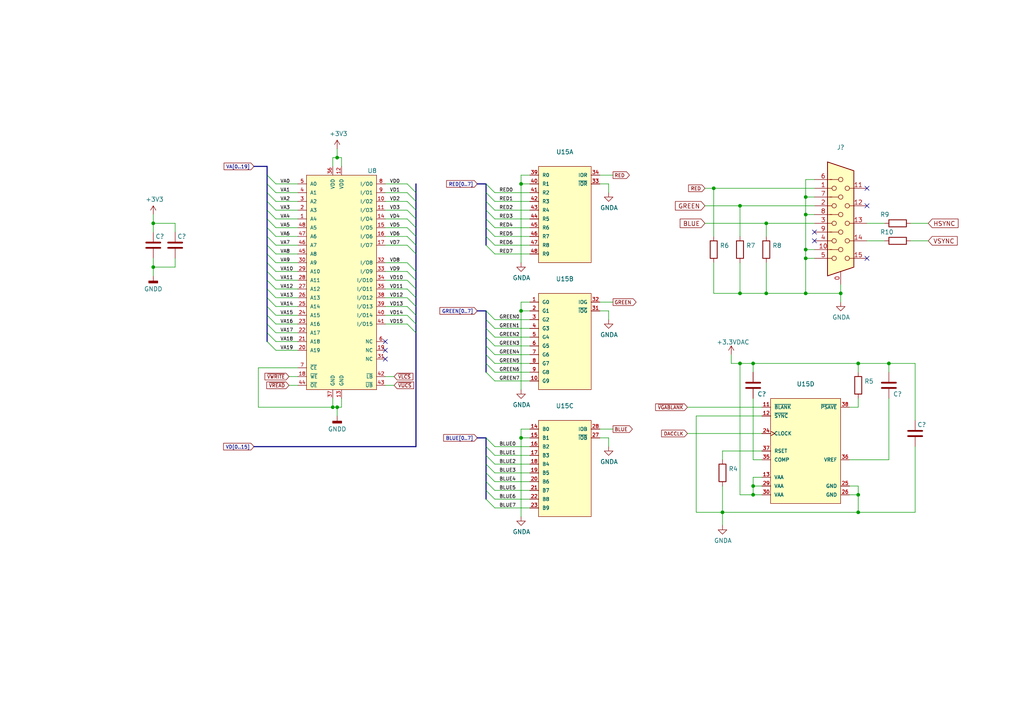
<source format=kicad_sch>
(kicad_sch (version 20211123) (generator eeschema)
  (paper "A4")
  (lib_symbols
    (symbol "Aslak:ADV7123KSTZ140" (pin_names (offset 1.016))
      (property "Reference" "U" (at 0 5.08 0))
      (property "Value" "Aslak_ADV7123KSTZ140" (at 0 7.62 0))
      (symbol "ADV7123KSTZ140_1_1"
        (rectangle (start 5.08 2.54) (end 20.32 -25.4) (fill (type background)))
        (pin output line (at 22.86 -2.54 180) (length 2.54) (name "~{IOR}") (number "33"))
        (pin output line (at 22.86 0 180) (length 2.54) (name "IOR") (number "34"))
        (pin input line (at 2.54 0 0) (length 2.54) (name "R0") (number "39"))
        (pin input line (at 2.54 -2.54 0) (length 2.54) (name "R1") (number "40"))
        (pin input line (at 2.54 -5.08 0) (length 2.54) (name "R2") (number "41"))
        (pin input line (at 2.54 -7.62 0) (length 2.54) (name "R3") (number "42"))
        (pin input line (at 2.54 -10.16 0) (length 2.54) (name "R4") (number "43"))
        (pin input line (at 2.54 -12.7 0) (length 2.54) (name "R5") (number "44"))
        (pin input line (at 2.54 -15.24 0) (length 2.54) (name "R6") (number "45"))
        (pin input line (at 2.54 -17.78 0) (length 2.54) (name "R7") (number "46"))
        (pin input line (at 2.54 -20.32 0) (length 2.54) (name "R8") (number "47"))
        (pin input line (at 2.54 -22.86 0) (length 2.54) (name "R9") (number "48"))
      )
      (symbol "ADV7123KSTZ140_2_1"
        (rectangle (start 5.08 2.54) (end 20.32 -25.4) (fill (type background)))
        (pin input line (at 2.54 0 0) (length 2.54) (name "G0") (number "1"))
        (pin input line (at 2.54 -22.86 0) (length 2.54) (name "G9") (number "10"))
        (pin input line (at 2.54 -2.54 0) (length 2.54) (name "G1") (number "2"))
        (pin input line (at 2.54 -5.08 0) (length 2.54) (name "G2") (number "3"))
        (pin output line (at 22.86 -2.54 180) (length 2.54) (name "~{IOG}") (number "31"))
        (pin output line (at 22.86 0 180) (length 2.54) (name "IOG") (number "32"))
        (pin input line (at 2.54 -7.62 0) (length 2.54) (name "G3") (number "4"))
        (pin input line (at 2.54 -10.16 0) (length 2.54) (name "G4") (number "5"))
        (pin input line (at 2.54 -12.7 0) (length 2.54) (name "G5") (number "6"))
        (pin input line (at 2.54 -15.24 0) (length 2.54) (name "G6") (number "7"))
        (pin input line (at 2.54 -17.78 0) (length 2.54) (name "G7") (number "8"))
        (pin input line (at 2.54 -20.32 0) (length 2.54) (name "G8") (number "9"))
      )
      (symbol "ADV7123KSTZ140_3_1"
        (rectangle (start 5.08 2.54) (end 20.32 -25.4) (fill (type background)))
        (pin input line (at 2.54 0 0) (length 2.54) (name "B0") (number "14"))
        (pin input line (at 2.54 -2.54 0) (length 2.54) (name "B1") (number "15"))
        (pin input line (at 2.54 -5.08 0) (length 2.54) (name "B2") (number "16"))
        (pin input line (at 2.54 -7.62 0) (length 2.54) (name "B3") (number "17"))
        (pin input line (at 2.54 -10.16 0) (length 2.54) (name "B4") (number "18"))
        (pin input line (at 2.54 -12.7 0) (length 2.54) (name "B5") (number "19"))
        (pin input line (at 2.54 -15.24 0) (length 2.54) (name "B6") (number "20"))
        (pin input line (at 2.54 -17.78 0) (length 2.54) (name "B7") (number "21"))
        (pin input line (at 2.54 -20.32 0) (length 2.54) (name "B8") (number "22"))
        (pin input line (at 2.54 -22.86 0) (length 2.54) (name "B9") (number "23"))
        (pin output line (at 22.86 -2.54 180) (length 2.54) (name "~{IOB}") (number "27"))
        (pin output line (at 22.86 0 180) (length 2.54) (name "IOB") (number "28"))
      )
      (symbol "ADV7123KSTZ140_4_1"
        (rectangle (start 5.08 2.54) (end 25.4 -27.94) (fill (type background)))
        (pin input line (at 2.54 0 0) (length 2.54) (name "~{BLANK}") (number "11"))
        (pin input line (at 2.54 -2.54 0) (length 2.54) (name "~{SYNC}") (number "12"))
        (pin power_in line (at 2.54 -20.32 0) (length 2.54) (name "VAA") (number "13"))
        (pin input clock (at 2.54 -7.62 0) (length 2.54) (name "CLOCK") (number "24"))
        (pin power_in line (at 27.94 -22.86 180) (length 2.54) (name "GND") (number "25"))
        (pin power_in line (at 27.94 -25.4 180) (length 2.54) (name "GND") (number "26"))
        (pin power_in line (at 2.54 -22.86 0) (length 2.54) (name "VAA") (number "29"))
        (pin power_in line (at 2.54 -25.4 0) (length 2.54) (name "VAA") (number "30"))
        (pin passive line (at 2.54 -15.24 0) (length 2.54) (name "COMP") (number "35"))
        (pin bidirectional line (at 27.94 -15.24 180) (length 2.54) (name "VREF") (number "36"))
        (pin input line (at 2.54 -12.7 0) (length 2.54) (name "RSET") (number "37"))
        (pin input line (at 27.94 0 180) (length 2.54) (name "~{PSAVE}") (number "38"))
      )
    )
    (symbol "Aslak:IS61WV102416BLL-10TLI" (pin_names (offset 1.016))
      (property "Reference" "U" (at 0 5.08 0))
      (property "Value" "Aslak_IS61WV102416BLL-10TLI" (at -1.27 7.62 0))
      (symbol "IS61WV102416BLL-10TLI_1_1"
        (rectangle (start 5.08 2.54) (end 25.4 -59.69) (fill (type background)))
        (pin input line (at 2.54 -10.16 0) (length 2.54) (name "A4") (number "1"))
        (pin bidirectional line (at 27.94 -5.08 180) (length 2.54) (name "I/O2") (number "10"))
        (pin bidirectional line (at 27.94 -7.62 180) (length 2.54) (name "I/O3") (number "11"))
        (pin power_in line (at 15.24 5.08 270) (length 2.54) (name "VDD") (number "12"))
        (pin power_in line (at 15.24 -62.23 90) (length 2.54) (name "GND") (number "13"))
        (pin bidirectional line (at 27.94 -10.16 180) (length 2.54) (name "I/O4") (number "14"))
        (pin bidirectional line (at 27.94 -12.7 180) (length 2.54) (name "I/O5") (number "15"))
        (pin bidirectional line (at 27.94 -15.24 180) (length 2.54) (name "I/O6") (number "16"))
        (pin bidirectional line (at 27.94 -17.78 180) (length 2.54) (name "I/O7") (number "17"))
        (pin input line (at 2.54 -55.88 0) (length 2.54) (name "~{WE}") (number "18"))
        (pin passive line (at 27.94 -48.26 180) (length 2.54) (name "NC") (number "19"))
        (pin input line (at 2.54 -7.62 0) (length 2.54) (name "A3") (number "2"))
        (pin input line (at 2.54 -48.26 0) (length 2.54) (name "A19") (number "20"))
        (pin input line (at 2.54 -45.72 0) (length 2.54) (name "A18") (number "21"))
        (pin input line (at 2.54 -43.18 0) (length 2.54) (name "A17") (number "22"))
        (pin input line (at 2.54 -40.64 0) (length 2.54) (name "A16") (number "23"))
        (pin input line (at 2.54 -38.1 0) (length 2.54) (name "A15") (number "24"))
        (pin input line (at 2.54 -35.56 0) (length 2.54) (name "A14") (number "25"))
        (pin input line (at 2.54 -33.02 0) (length 2.54) (name "A13") (number "26"))
        (pin input line (at 2.54 -30.48 0) (length 2.54) (name "A12") (number "27"))
        (pin input line (at 2.54 -27.94 0) (length 2.54) (name "A11") (number "28"))
        (pin input line (at 2.54 -25.4 0) (length 2.54) (name "A10") (number "29"))
        (pin input line (at 2.54 -5.08 0) (length 2.54) (name "A2") (number "3"))
        (pin input line (at 2.54 -22.86 0) (length 2.54) (name "A9") (number "30"))
        (pin passive line (at 27.94 -50.8 180) (length 2.54) (name "NC") (number "31"))
        (pin bidirectional line (at 27.94 -22.86 180) (length 2.54) (name "I/O8") (number "32"))
        (pin bidirectional line (at 27.94 -25.4 180) (length 2.54) (name "I/O9") (number "33"))
        (pin bidirectional line (at 27.94 -27.94 180) (length 2.54) (name "I/O10") (number "34"))
        (pin bidirectional line (at 27.94 -30.48 180) (length 2.54) (name "I/O11") (number "35"))
        (pin power_in line (at 12.7 5.08 270) (length 2.54) (name "VDD") (number "36"))
        (pin power_in line (at 12.7 -62.23 90) (length 2.54) (name "GND") (number "37"))
        (pin bidirectional line (at 27.94 -33.02 180) (length 2.54) (name "I/O12") (number "38"))
        (pin bidirectional line (at 27.94 -35.56 180) (length 2.54) (name "I/O13") (number "39"))
        (pin input line (at 2.54 -2.54 0) (length 2.54) (name "A1") (number "4"))
        (pin bidirectional line (at 27.94 -38.1 180) (length 2.54) (name "I/O14") (number "40"))
        (pin bidirectional line (at 27.94 -40.64 180) (length 2.54) (name "I/O15") (number "41"))
        (pin input line (at 27.94 -55.88 180) (length 2.54) (name "~{LB}") (number "42"))
        (pin input line (at 27.94 -58.42 180) (length 2.54) (name "~{UB}") (number "43"))
        (pin input line (at 2.54 -58.42 0) (length 2.54) (name "~{OE}") (number "44"))
        (pin input line (at 2.54 -20.32 0) (length 2.54) (name "A8") (number "45"))
        (pin input line (at 2.54 -17.78 0) (length 2.54) (name "A7") (number "46"))
        (pin input line (at 2.54 -15.24 0) (length 2.54) (name "A6") (number "47"))
        (pin input line (at 2.54 -12.7 0) (length 2.54) (name "A5") (number "48"))
        (pin input line (at 2.54 0 0) (length 2.54) (name "A0") (number "5"))
        (pin passive line (at 27.94 -45.72 180) (length 2.54) (name "NC") (number "6"))
        (pin input line (at 2.54 -53.34 0) (length 2.54) (name "~{CE}") (number "7"))
        (pin bidirectional line (at 27.94 0 180) (length 2.54) (name "I/O0") (number "8"))
        (pin bidirectional line (at 27.94 -2.54 180) (length 2.54) (name "I/O1") (number "9"))
      )
    )
    (symbol "Connector:DB15_Female_HighDensity_MountingHoles" (pin_names (offset 1.016) hide)
      (property "Reference" "J" (at 0 21.59 0))
      (property "Value" "DB15_Female_HighDensity_MountingHoles" (at 0 19.05 0))
      (symbol "DB15_Female_HighDensity_MountingHoles_0_1"
        (circle (center -1.905 -10.16) (radius 0.635))
        (circle (center -1.905 -5.08) (radius 0.635))
        (circle (center -1.905 0) (radius 0.635))
        (circle (center -1.905 5.08) (radius 0.635))
        (circle (center -1.905 10.16) (radius 0.635))
        (circle (center 0 -7.62) (radius 0.635))
        (circle (center 0 -2.54) (radius 0.635))
        (polyline (pts (xy -3.175 7.62) (xy -0.635 7.62)))
        (polyline (pts (xy -0.635 -7.62) (xy -3.175 -7.62)))
        (polyline (pts (xy -0.635 -2.54) (xy -3.175 -2.54)))
        (polyline (pts (xy -0.635 2.54) (xy -3.175 2.54)))
        (polyline (pts (xy -0.635 12.7) (xy -3.175 12.7)))
        (polyline (pts (xy -3.81 17.78) (xy -3.81 -15.24) (xy 3.81 -12.7) (xy 3.81 15.24) (xy -3.81 17.78)) (stroke (width 0.254)) (fill (type background)))
        (circle (center 0 2.54) (radius 0.635))
        (circle (center 0 7.62) (radius 0.635))
        (circle (center 0 12.7) (radius 0.635))
        (circle (center 1.905 -10.16) (radius 0.635))
        (circle (center 1.905 -5.08) (radius 0.635))
        (circle (center 1.905 0) (radius 0.635))
        (circle (center 1.905 5.08) (radius 0.635))
        (circle (center 1.905 10.16) (radius 0.635))
      )
      (symbol "DB15_Female_HighDensity_MountingHoles_1_1"
        (pin passive line (at 0 -17.78 90) (length 3.81) (name "~") (number "0"))
        (pin passive line (at -7.62 10.16 0) (length 5.08) (name "~") (number "1"))
        (pin passive line (at -7.62 -7.62 0) (length 5.08) (name "~") (number "10"))
        (pin passive line (at 7.62 10.16 180) (length 5.08) (name "~") (number "11"))
        (pin passive line (at 7.62 5.08 180) (length 5.08) (name "~") (number "12"))
        (pin passive line (at 7.62 0 180) (length 5.08) (name "~") (number "13"))
        (pin passive line (at 7.62 -5.08 180) (length 5.08) (name "~") (number "14"))
        (pin passive line (at 7.62 -10.16 180) (length 5.08) (name "~") (number "15"))
        (pin passive line (at -7.62 5.08 0) (length 5.08) (name "~") (number "2"))
        (pin passive line (at -7.62 0 0) (length 5.08) (name "~") (number "3"))
        (pin passive line (at -7.62 -5.08 0) (length 5.08) (name "~") (number "4"))
        (pin passive line (at -7.62 -10.16 0) (length 5.08) (name "~") (number "5"))
        (pin passive line (at -7.62 12.7 0) (length 5.08) (name "~") (number "6"))
        (pin passive line (at -7.62 7.62 0) (length 5.08) (name "~") (number "7"))
        (pin passive line (at -7.62 2.54 0) (length 5.08) (name "~") (number "8"))
        (pin passive line (at -7.62 -2.54 0) (length 5.08) (name "~") (number "9"))
      )
    )
    (symbol "Device:C" (pin_numbers hide) (pin_names (offset 0.254))
      (property "Reference" "C" (at 0.635 2.54 0))
      (property "Value" "C" (at 0.635 -2.54 0))
      (symbol "C_0_1"
        (polyline (pts (xy -2.032 -0.762) (xy 2.032 -0.762)) (stroke (width 0.508)))
        (polyline (pts (xy -2.032 0.762) (xy 2.032 0.762)) (stroke (width 0.508)))
      )
      (symbol "C_1_1"
        (pin passive line (at 0 3.81 270) (length 2.794) (name "~") (number "1"))
        (pin passive line (at 0 -3.81 90) (length 2.794) (name "~") (number "2"))
      )
    )
    (symbol "Device:R" (pin_numbers hide) (pin_names (offset 0))
      (property "Reference" "R" (at 2.032 0 90))
      (property "Value" "R" (at 0 0 90))
      (symbol "R_0_1"
        (rectangle (start -1.016 -2.54) (end 1.016 2.54) (stroke (width 0.254)))
      )
      (symbol "R_1_1"
        (pin passive line (at 0 3.81 270) (length 1.27) (name "~") (number "1"))
        (pin passive line (at 0 -3.81 90) (length 1.27) (name "~") (number "2"))
      )
    )
    (symbol "power:+3.3VDAC" (power) (pin_names (offset 0))
      (property "Value" "+3.3VDAC" (at 0 2.54 0))
      (symbol "+3.3VDAC_0_0"
        (pin power_in line (at 0 0 90) (length 0) hide (name "+3.3VDAC") (number "1"))
      )
      (symbol "+3.3VDAC_0_1"
        (polyline (pts (xy -0.762 1.27) (xy 0 2.54)))
        (polyline (pts (xy 0 0) (xy 0 2.54)))
        (polyline (pts (xy 0 2.54) (xy 0.762 1.27)))
      )
    )
    (symbol "power:+3V3" (power) (pin_names (offset 0))
      (property "Value" "+3V3" (at 0 3.556 0))
      (symbol "+3V3_0_1"
        (polyline (pts (xy -0.762 1.27) (xy 0 2.54)))
        (polyline (pts (xy 0 0) (xy 0 2.54)))
        (polyline (pts (xy 0 2.54) (xy 0.762 1.27)))
      )
      (symbol "+3V3_1_1"
        (pin power_in line (at 0 0 90) (length 0) hide (name "+3V3") (number "1"))
      )
    )
    (symbol "power:GNDA" (power) (pin_names (offset 0))
      (property "Value" "GNDA" (at 0 -3.81 0))
      (symbol "GNDA_0_1"
        (polyline (pts (xy 0 0) (xy 0 -1.27) (xy 1.27 -1.27) (xy 0 -2.54) (xy -1.27 -1.27) (xy 0 -1.27)))
      )
      (symbol "GNDA_1_1"
        (pin power_in line (at 0 0 270) (length 0) hide (name "GNDA") (number "1"))
      )
    )
    (symbol "power:GNDD" (power) (pin_names (offset 0))
      (property "Value" "GNDD" (at 0 -3.175 0))
      (symbol "GNDD_0_1"
        (rectangle (start -1.27 -1.524) (end 1.27 -2.032) (stroke (width 0.254)) (fill (type outline)))
        (polyline (pts (xy 0 0) (xy 0 -1.524)))
      )
      (symbol "GNDD_1_1"
        (pin power_in line (at 0 0 270) (length 0) hide (name "GNDD") (number "1"))
      )
    )
  )
  (junction (at 222.25 85.09))
  (junction (at 218.44 105.41))
  (junction (at 151.13 90.17))
  (junction (at 233.68 62.23))
  (junction (at 96.52 118.11))
  (junction (at 214.63 105.41))
  (junction (at 151.13 127))
  (junction (at 214.63 59.69))
  (junction (at 257.81 105.41))
  (junction (at 207.01 54.61))
  (junction (at 218.44 143.51))
  (junction (at 44.45 77.47))
  (junction (at 248.92 148.59))
  (junction (at 233.68 74.93))
  (junction (at 214.63 85.09))
  (junction (at 209.55 148.59))
  (junction (at 233.68 57.15))
  (junction (at 97.79 45.72))
  (junction (at 222.25 64.77))
  (junction (at 248.92 105.41))
  (junction (at 243.84 85.09))
  (junction (at 151.13 53.34))
  (junction (at 233.68 85.09))
  (junction (at 97.79 118.11))
  (junction (at 218.44 140.97))
  (junction (at 44.45 64.77))
  (junction (at 233.68 72.39))
  (junction (at 248.92 143.51))
  (no_connect (at 251.46 54.61))
  (no_connect (at 111.76 104.14))
  (no_connect (at 111.76 99.06))
  (no_connect (at 251.46 74.93))
  (no_connect (at 236.22 69.85))
  (no_connect (at 251.46 59.69))
  (no_connect (at 111.76 101.6))
  (no_connect (at 236.22 67.31))
  (bus_entry (at 77.47 81.28) (size 2.54 2.54))
  (bus_entry (at 140.97 97.79) (size 2.54 2.54))
  (bus_entry (at 118.11 55.88) (size 2.54 2.54))
  (bus_entry (at 77.47 53.34) (size 2.54 2.54))
  (bus_entry (at 118.11 91.44) (size 2.54 2.54))
  (bus_entry (at 118.11 86.36) (size 2.54 2.54))
  (bus_entry (at 77.47 99.06) (size 2.54 2.54))
  (bus_entry (at 140.97 129.54) (size 2.54 2.54))
  (bus_entry (at 140.97 132.08) (size 2.54 2.54))
  (bus_entry (at 140.97 144.78) (size 2.54 2.54))
  (bus_entry (at 77.47 96.52) (size 2.54 2.54))
  (bus_entry (at 77.47 73.66) (size 2.54 2.54))
  (bus_entry (at 118.11 53.34) (size 2.54 2.54))
  (bus_entry (at 140.97 55.88) (size 2.54 2.54))
  (bus_entry (at 77.47 88.9) (size 2.54 2.54))
  (bus_entry (at 140.97 139.7) (size 2.54 2.54))
  (bus_entry (at 140.97 127) (size 2.54 2.54))
  (bus_entry (at 77.47 60.96) (size 2.54 2.54))
  (bus_entry (at 77.47 63.5) (size 2.54 2.54))
  (bus_entry (at 118.11 60.96) (size 2.54 2.54))
  (bus_entry (at 77.47 58.42) (size 2.54 2.54))
  (bus_entry (at 77.47 93.98) (size 2.54 2.54))
  (bus_entry (at 140.97 66.04) (size 2.54 2.54))
  (bus_entry (at 140.97 63.5) (size 2.54 2.54))
  (bus_entry (at 140.97 95.25) (size 2.54 2.54))
  (bus_entry (at 77.47 83.82) (size 2.54 2.54))
  (bus_entry (at 118.11 68.58) (size 2.54 2.54))
  (bus_entry (at 140.97 71.12) (size 2.54 2.54))
  (bus_entry (at 118.11 93.98) (size 2.54 2.54))
  (bus_entry (at 77.47 50.8) (size 2.54 2.54))
  (bus_entry (at 118.11 63.5) (size 2.54 2.54))
  (bus_entry (at 140.97 134.62) (size 2.54 2.54))
  (bus_entry (at 118.11 88.9) (size 2.54 2.54))
  (bus_entry (at 77.47 71.12) (size 2.54 2.54))
  (bus_entry (at 140.97 53.34) (size 2.54 2.54))
  (bus_entry (at 77.47 76.2) (size 2.54 2.54))
  (bus_entry (at 140.97 102.87) (size 2.54 2.54))
  (bus_entry (at 140.97 90.17) (size 2.54 2.54))
  (bus_entry (at 140.97 100.33) (size 2.54 2.54))
  (bus_entry (at 118.11 83.82) (size 2.54 2.54))
  (bus_entry (at 77.47 91.44) (size 2.54 2.54))
  (bus_entry (at 77.47 66.04) (size 2.54 2.54))
  (bus_entry (at 140.97 107.95) (size 2.54 2.54))
  (bus_entry (at 118.11 81.28) (size 2.54 2.54))
  (bus_entry (at 118.11 66.04) (size 2.54 2.54))
  (bus_entry (at 140.97 137.16) (size 2.54 2.54))
  (bus_entry (at 140.97 92.71) (size 2.54 2.54))
  (bus_entry (at 77.47 68.58) (size 2.54 2.54))
  (bus_entry (at 140.97 105.41) (size 2.54 2.54))
  (bus_entry (at 77.47 55.88) (size 2.54 2.54))
  (bus_entry (at 118.11 76.2) (size 2.54 2.54))
  (bus_entry (at 77.47 86.36) (size 2.54 2.54))
  (bus_entry (at 140.97 68.58) (size 2.54 2.54))
  (bus_entry (at 118.11 71.12) (size 2.54 2.54))
  (bus_entry (at 118.11 58.42) (size 2.54 2.54))
  (bus_entry (at 140.97 60.96) (size 2.54 2.54))
  (bus_entry (at 118.11 78.74) (size 2.54 2.54))
  (bus_entry (at 140.97 58.42) (size 2.54 2.54))
  (bus_entry (at 140.97 142.24) (size 2.54 2.54))
  (bus_entry (at 77.47 78.74) (size 2.54 2.54))
  (wire (pts (xy 80.01 71.12) (xy 86.36 71.12)))
  (wire (pts (xy 80.01 76.2) (xy 86.36 76.2)))
  (wire (pts (xy 111.76 83.82) (xy 118.11 83.82)))
  (wire (pts (xy 83.82 111.76) (xy 86.36 111.76)))
  (wire (pts (xy 111.76 55.88) (xy 118.11 55.88)))
  (wire (pts (xy 153.67 124.46) (xy 151.13 124.46)))
  (bus (pts (xy 120.65 53.34) (xy 120.65 55.88)))
  (bus (pts (xy 77.47 48.26) (xy 77.47 50.8)))
  (wire (pts (xy 248.92 143.51) (xy 248.92 140.97)))
  (wire (pts (xy 153.67 105.41) (xy 143.51 105.41)))
  (wire (pts (xy 153.67 139.7) (xy 143.51 139.7)))
  (bus (pts (xy 77.47 55.88) (xy 77.47 58.42)))
  (bus (pts (xy 120.65 66.04) (xy 120.65 68.58)))
  (wire (pts (xy 220.98 125.73) (xy 199.39 125.73)))
  (wire (pts (xy 44.45 74.93) (xy 44.45 77.47)))
  (wire (pts (xy 111.76 76.2) (xy 118.11 76.2)))
  (wire (pts (xy 251.46 64.77) (xy 256.54 64.77)))
  (wire (pts (xy 201.93 148.59) (xy 201.93 120.65)))
  (wire (pts (xy 153.67 100.33) (xy 143.51 100.33)))
  (wire (pts (xy 207.01 54.61) (xy 207.01 68.58)))
  (wire (pts (xy 218.44 138.43) (xy 218.44 140.97)))
  (wire (pts (xy 111.76 109.22) (xy 114.3 109.22)))
  (wire (pts (xy 151.13 90.17) (xy 151.13 113.03)))
  (bus (pts (xy 140.97 139.7) (xy 140.97 142.24)))
  (wire (pts (xy 111.76 81.28) (xy 118.11 81.28)))
  (wire (pts (xy 80.01 58.42) (xy 86.36 58.42)))
  (wire (pts (xy 153.67 147.32) (xy 143.51 147.32)))
  (bus (pts (xy 120.65 60.96) (xy 120.65 63.5)))
  (wire (pts (xy 222.25 64.77) (xy 236.22 64.77)))
  (wire (pts (xy 218.44 140.97) (xy 218.44 143.51)))
  (bus (pts (xy 140.97 97.79) (xy 140.97 100.33)))
  (bus (pts (xy 77.47 96.52) (xy 77.47 99.06)))
  (bus (pts (xy 140.97 58.42) (xy 140.97 60.96)))
  (wire (pts (xy 236.22 57.15) (xy 233.68 57.15)))
  (wire (pts (xy 111.76 68.58) (xy 118.11 68.58)))
  (bus (pts (xy 140.97 66.04) (xy 140.97 68.58)))
  (bus (pts (xy 140.97 68.58) (xy 140.97 71.12)))
  (wire (pts (xy 80.01 93.98) (xy 86.36 93.98)))
  (wire (pts (xy 218.44 105.41) (xy 214.63 105.41)))
  (wire (pts (xy 83.82 109.22) (xy 86.36 109.22)))
  (bus (pts (xy 77.47 63.5) (xy 77.47 66.04)))
  (wire (pts (xy 246.38 143.51) (xy 248.92 143.51)))
  (wire (pts (xy 44.45 77.47) (xy 44.45 80.01)))
  (bus (pts (xy 120.65 73.66) (xy 120.65 78.74)))
  (wire (pts (xy 209.55 140.97) (xy 209.55 148.59)))
  (wire (pts (xy 214.63 76.2) (xy 214.63 85.09)))
  (wire (pts (xy 248.92 105.41) (xy 257.81 105.41)))
  (wire (pts (xy 257.81 105.41) (xy 257.81 107.95)))
  (wire (pts (xy 251.46 69.85) (xy 256.54 69.85)))
  (wire (pts (xy 233.68 72.39) (xy 233.68 62.23)))
  (wire (pts (xy 151.13 53.34) (xy 151.13 76.2)))
  (wire (pts (xy 236.22 62.23) (xy 233.68 62.23)))
  (bus (pts (xy 77.47 68.58) (xy 77.47 71.12)))
  (bus (pts (xy 120.65 71.12) (xy 120.65 73.66)))
  (bus (pts (xy 140.97 90.17) (xy 140.97 92.71)))
  (wire (pts (xy 151.13 50.8) (xy 151.13 53.34)))
  (wire (pts (xy 204.47 54.61) (xy 207.01 54.61)))
  (wire (pts (xy 153.67 142.24) (xy 143.51 142.24)))
  (wire (pts (xy 153.67 110.49) (xy 143.51 110.49)))
  (wire (pts (xy 153.67 71.12) (xy 143.51 71.12)))
  (wire (pts (xy 153.67 53.34) (xy 151.13 53.34)))
  (wire (pts (xy 50.8 64.77) (xy 44.45 64.77)))
  (wire (pts (xy 111.76 58.42) (xy 118.11 58.42)))
  (wire (pts (xy 74.93 106.68) (xy 86.36 106.68)))
  (wire (pts (xy 153.67 60.96) (xy 143.51 60.96)))
  (wire (pts (xy 214.63 105.41) (xy 212.09 105.41)))
  (wire (pts (xy 111.76 63.5) (xy 118.11 63.5)))
  (wire (pts (xy 209.55 148.59) (xy 248.92 148.59)))
  (wire (pts (xy 111.76 53.34) (xy 118.11 53.34)))
  (wire (pts (xy 218.44 143.51) (xy 214.63 143.51)))
  (wire (pts (xy 80.01 63.5) (xy 86.36 63.5)))
  (wire (pts (xy 153.67 73.66) (xy 143.51 73.66)))
  (wire (pts (xy 44.45 77.47) (xy 50.8 77.47)))
  (wire (pts (xy 264.16 64.77) (xy 269.24 64.77)))
  (bus (pts (xy 140.97 53.34) (xy 138.43 53.34)))
  (bus (pts (xy 77.47 58.42) (xy 77.47 60.96)))
  (wire (pts (xy 222.25 85.09) (xy 214.63 85.09)))
  (wire (pts (xy 80.01 68.58) (xy 86.36 68.58)))
  (wire (pts (xy 97.79 45.72) (xy 99.06 45.72)))
  (bus (pts (xy 140.97 105.41) (xy 140.97 107.95)))
  (wire (pts (xy 173.99 127) (xy 176.53 127)))
  (wire (pts (xy 151.13 87.63) (xy 151.13 90.17)))
  (wire (pts (xy 265.43 105.41) (xy 257.81 105.41)))
  (wire (pts (xy 114.3 111.76) (xy 111.76 111.76)))
  (wire (pts (xy 111.76 60.96) (xy 118.11 60.96)))
  (wire (pts (xy 111.76 86.36) (xy 118.11 86.36)))
  (bus (pts (xy 77.47 53.34) (xy 77.47 55.88)))
  (wire (pts (xy 96.52 48.26) (xy 96.52 45.72)))
  (wire (pts (xy 153.67 102.87) (xy 143.51 102.87)))
  (wire (pts (xy 153.67 129.54) (xy 143.51 129.54)))
  (wire (pts (xy 265.43 148.59) (xy 265.43 129.54)))
  (wire (pts (xy 99.06 45.72) (xy 99.06 48.26)))
  (wire (pts (xy 50.8 67.31) (xy 50.8 64.77)))
  (bus (pts (xy 120.65 88.9) (xy 120.65 91.44)))
  (wire (pts (xy 173.99 124.46) (xy 177.8 124.46)))
  (wire (pts (xy 246.38 133.35) (xy 257.81 133.35)))
  (bus (pts (xy 140.97 137.16) (xy 140.97 139.7)))
  (wire (pts (xy 153.67 127) (xy 151.13 127)))
  (wire (pts (xy 222.25 68.58) (xy 222.25 64.77)))
  (wire (pts (xy 96.52 118.11) (xy 97.79 118.11)))
  (wire (pts (xy 153.67 144.78) (xy 143.51 144.78)))
  (bus (pts (xy 77.47 66.04) (xy 77.47 68.58)))
  (bus (pts (xy 140.97 132.08) (xy 140.97 134.62)))
  (wire (pts (xy 220.98 130.81) (xy 209.55 130.81)))
  (bus (pts (xy 77.47 88.9) (xy 77.47 91.44)))
  (bus (pts (xy 120.65 58.42) (xy 120.65 60.96)))
  (wire (pts (xy 201.93 120.65) (xy 220.98 120.65)))
  (wire (pts (xy 153.67 97.79) (xy 143.51 97.79)))
  (wire (pts (xy 214.63 85.09) (xy 207.01 85.09)))
  (wire (pts (xy 153.67 68.58) (xy 143.51 68.58)))
  (wire (pts (xy 209.55 148.59) (xy 209.55 152.4)))
  (wire (pts (xy 80.01 78.74) (xy 86.36 78.74)))
  (wire (pts (xy 153.67 92.71) (xy 143.51 92.71)))
  (wire (pts (xy 153.67 55.88) (xy 143.51 55.88)))
  (wire (pts (xy 111.76 78.74) (xy 118.11 78.74)))
  (bus (pts (xy 77.47 81.28) (xy 77.47 83.82)))
  (wire (pts (xy 212.09 102.87) (xy 212.09 105.41)))
  (wire (pts (xy 80.01 66.04) (xy 86.36 66.04)))
  (wire (pts (xy 176.53 53.34) (xy 176.53 55.88)))
  (wire (pts (xy 153.67 137.16) (xy 143.51 137.16)))
  (wire (pts (xy 233.68 85.09) (xy 233.68 74.93)))
  (wire (pts (xy 151.13 90.17) (xy 153.67 90.17)))
  (wire (pts (xy 222.25 76.2) (xy 222.25 85.09)))
  (wire (pts (xy 151.13 124.46) (xy 151.13 127)))
  (wire (pts (xy 111.76 91.44) (xy 118.11 91.44)))
  (bus (pts (xy 77.47 78.74) (xy 77.47 81.28)))
  (wire (pts (xy 153.67 87.63) (xy 151.13 87.63)))
  (wire (pts (xy 218.44 107.95) (xy 218.44 105.41)))
  (wire (pts (xy 220.98 133.35) (xy 218.44 133.35)))
  (wire (pts (xy 233.68 74.93) (xy 236.22 74.93)))
  (wire (pts (xy 44.45 62.23) (xy 44.45 64.77)))
  (wire (pts (xy 218.44 140.97) (xy 220.98 140.97)))
  (wire (pts (xy 80.01 83.82) (xy 86.36 83.82)))
  (bus (pts (xy 140.97 100.33) (xy 140.97 102.87)))
  (bus (pts (xy 120.65 93.98) (xy 120.65 96.52)))
  (wire (pts (xy 248.92 148.59) (xy 248.92 143.51)))
  (wire (pts (xy 248.92 107.95) (xy 248.92 105.41)))
  (wire (pts (xy 153.67 50.8) (xy 151.13 50.8)))
  (wire (pts (xy 153.67 66.04) (xy 143.51 66.04)))
  (wire (pts (xy 111.76 88.9) (xy 118.11 88.9)))
  (bus (pts (xy 77.47 73.66) (xy 77.47 76.2)))
  (bus (pts (xy 77.47 91.44) (xy 77.47 93.98)))
  (bus (pts (xy 140.97 95.25) (xy 140.97 97.79)))
  (wire (pts (xy 214.63 143.51) (xy 214.63 105.41)))
  (wire (pts (xy 207.01 54.61) (xy 236.22 54.61)))
  (wire (pts (xy 153.67 95.25) (xy 143.51 95.25)))
  (wire (pts (xy 265.43 121.92) (xy 265.43 105.41)))
  (wire (pts (xy 236.22 72.39) (xy 233.68 72.39)))
  (wire (pts (xy 74.93 118.11) (xy 96.52 118.11)))
  (bus (pts (xy 140.97 127) (xy 138.43 127)))
  (wire (pts (xy 99.06 118.11) (xy 99.06 115.57)))
  (bus (pts (xy 77.47 76.2) (xy 77.47 78.74)))
  (bus (pts (xy 140.97 60.96) (xy 140.97 63.5)))
  (wire (pts (xy 243.84 85.09) (xy 233.68 85.09)))
  (wire (pts (xy 153.67 107.95) (xy 143.51 107.95)))
  (bus (pts (xy 140.97 90.17) (xy 138.43 90.17)))
  (bus (pts (xy 140.97 53.34) (xy 140.97 55.88)))
  (bus (pts (xy 77.47 86.36) (xy 77.47 88.9)))
  (wire (pts (xy 176.53 127) (xy 176.53 129.54)))
  (bus (pts (xy 120.65 68.58) (xy 120.65 71.12)))
  (wire (pts (xy 233.68 57.15) (xy 233.68 52.07)))
  (wire (pts (xy 176.53 90.17) (xy 176.53 92.71)))
  (wire (pts (xy 207.01 85.09) (xy 207.01 76.2)))
  (wire (pts (xy 209.55 130.81) (xy 209.55 133.35)))
  (wire (pts (xy 153.67 63.5) (xy 143.51 63.5)))
  (bus (pts (xy 140.97 134.62) (xy 140.97 137.16)))
  (wire (pts (xy 214.63 68.58) (xy 214.63 59.69)))
  (wire (pts (xy 97.79 45.72) (xy 97.79 43.18)))
  (bus (pts (xy 120.65 91.44) (xy 120.65 93.98)))
  (wire (pts (xy 246.38 140.97) (xy 248.92 140.97)))
  (wire (pts (xy 233.68 85.09) (xy 222.25 85.09)))
  (bus (pts (xy 140.97 142.24) (xy 140.97 144.78)))
  (wire (pts (xy 111.76 66.04) (xy 118.11 66.04)))
  (bus (pts (xy 120.65 129.54) (xy 73.66 129.54)))
  (wire (pts (xy 80.01 99.06) (xy 86.36 99.06)))
  (wire (pts (xy 173.99 87.63) (xy 177.8 87.63)))
  (wire (pts (xy 50.8 77.47) (xy 50.8 74.93)))
  (wire (pts (xy 218.44 143.51) (xy 220.98 143.51)))
  (wire (pts (xy 80.01 81.28) (xy 86.36 81.28)))
  (wire (pts (xy 248.92 118.11) (xy 248.92 115.57)))
  (wire (pts (xy 209.55 148.59) (xy 201.93 148.59)))
  (bus (pts (xy 120.65 96.52) (xy 120.65 129.54)))
  (wire (pts (xy 204.47 59.69) (xy 214.63 59.69)))
  (wire (pts (xy 218.44 105.41) (xy 248.92 105.41)))
  (bus (pts (xy 140.97 127) (xy 140.97 129.54)))
  (wire (pts (xy 80.01 55.88) (xy 86.36 55.88)))
  (wire (pts (xy 248.92 148.59) (xy 265.43 148.59)))
  (bus (pts (xy 73.66 48.26) (xy 77.47 48.26)))
  (wire (pts (xy 153.67 134.62) (xy 143.51 134.62)))
  (wire (pts (xy 257.81 133.35) (xy 257.81 115.57)))
  (bus (pts (xy 120.65 86.36) (xy 120.65 88.9)))
  (wire (pts (xy 173.99 53.34) (xy 176.53 53.34)))
  (bus (pts (xy 120.65 83.82) (xy 120.65 86.36)))
  (bus (pts (xy 140.97 102.87) (xy 140.97 105.41)))
  (wire (pts (xy 96.52 115.57) (xy 96.52 118.11)))
  (wire (pts (xy 243.84 85.09) (xy 243.84 87.63)))
  (bus (pts (xy 140.97 55.88) (xy 140.97 58.42)))
  (wire (pts (xy 220.98 118.11) (xy 199.39 118.11)))
  (bus (pts (xy 77.47 83.82) (xy 77.47 86.36)))
  (wire (pts (xy 218.44 133.35) (xy 218.44 115.57)))
  (wire (pts (xy 80.01 86.36) (xy 86.36 86.36)))
  (wire (pts (xy 204.47 64.77) (xy 222.25 64.77)))
  (wire (pts (xy 97.79 118.11) (xy 99.06 118.11)))
  (bus (pts (xy 120.65 55.88) (xy 120.65 58.42)))
  (bus (pts (xy 77.47 60.96) (xy 77.47 63.5)))
  (wire (pts (xy 173.99 50.8) (xy 177.8 50.8)))
  (bus (pts (xy 77.47 50.8) (xy 77.47 53.34)))
  (wire (pts (xy 80.01 91.44) (xy 86.36 91.44)))
  (bus (pts (xy 77.47 71.12) (xy 77.47 73.66)))
  (bus (pts (xy 140.97 129.54) (xy 140.97 132.08)))
  (wire (pts (xy 151.13 127) (xy 151.13 149.86)))
  (wire (pts (xy 233.68 74.93) (xy 233.68 72.39)))
  (wire (pts (xy 173.99 90.17) (xy 176.53 90.17)))
  (wire (pts (xy 233.68 52.07) (xy 236.22 52.07)))
  (bus (pts (xy 77.47 93.98) (xy 77.47 96.52)))
  (wire (pts (xy 243.84 82.55) (xy 243.84 85.09)))
  (wire (pts (xy 44.45 64.77) (xy 44.45 67.31)))
  (wire (pts (xy 111.76 93.98) (xy 118.11 93.98)))
  (wire (pts (xy 80.01 88.9) (xy 86.36 88.9)))
  (wire (pts (xy 80.01 73.66) (xy 86.36 73.66)))
  (wire (pts (xy 233.68 62.23) (xy 233.68 57.15)))
  (wire (pts (xy 97.79 118.11) (xy 97.79 120.65)))
  (wire (pts (xy 80.01 60.96) (xy 86.36 60.96)))
  (wire (pts (xy 80.01 96.52) (xy 86.36 96.52)))
  (bus (pts (xy 120.65 63.5) (xy 120.65 66.04)))
  (wire (pts (xy 80.01 53.34) (xy 86.36 53.34)))
  (wire (pts (xy 264.16 69.85) (xy 269.24 69.85)))
  (bus (pts (xy 120.65 78.74) (xy 120.65 81.28)))
  (bus (pts (xy 140.97 63.5) (xy 140.97 66.04)))
  (bus (pts (xy 140.97 92.71) (xy 140.97 95.25)))
  (wire (pts (xy 153.67 132.08) (xy 143.51 132.08)))
  (wire (pts (xy 111.76 71.12) (xy 118.11 71.12)))
  (wire (pts (xy 96.52 45.72) (xy 97.79 45.72)))
  (bus (pts (xy 120.65 81.28) (xy 120.65 83.82)))
  (wire (pts (xy 214.63 59.69) (xy 236.22 59.69)))
  (wire (pts (xy 153.67 58.42) (xy 143.51 58.42)))
  (wire (pts (xy 80.01 101.6) (xy 86.36 101.6)))
  (wire (pts (xy 246.38 118.11) (xy 248.92 118.11)))
  (wire (pts (xy 74.93 106.68) (xy 74.93 118.11)))
  (wire (pts (xy 220.98 138.43) (xy 218.44 138.43)))
  (label "GREEN6" (at 144.78 107.95 0) (effects (font (size 0.9906 0.9906))))
  (label "RED0" (at 144.78 55.88 0) (effects (font (size 0.9906 0.9906))))
  (label "RED1" (at 144.78 58.42 0) (effects (font (size 0.9906 0.9906))))
  (label "VA13" (at 81.28 86.36 0) (effects (font (size 0.9906 0.9906))))
  (label "GREEN2" (at 144.78 97.79 0) (effects (font (size 0.9906 0.9906))))
  (label "VA9" (at 81.28 76.2 0) (effects (font (size 0.9906 0.9906))))
  (label "VD9" (at 113.03 78.74 0) (effects (font (size 0.9906 0.9906))))
  (label "BLUE3" (at 144.78 137.16 0) (effects (font (size 0.9906 0.9906))))
  (label "VA7" (at 81.28 71.12 0) (effects (font (size 0.9906 0.9906))))
  (label "VA19" (at 81.28 101.6 0) (effects (font (size 0.9906 0.9906))))
  (label "VD0" (at 113.03 53.34 0) (effects (font (size 0.9906 0.9906))))
  (label "BLUE6" (at 144.78 144.78 0) (effects (font (size 0.9906 0.9906))))
  (label "BLUE2" (at 144.78 134.62 0) (effects (font (size 0.9906 0.9906))))
  (label "GREEN0" (at 144.78 92.71 0) (effects (font (size 0.9906 0.9906))))
  (label "VD5" (at 113.03 66.04 0) (effects (font (size 0.9906 0.9906))))
  (label "BLUE1" (at 144.78 132.08 0) (effects (font (size 0.9906 0.9906))))
  (label "VA17" (at 81.28 96.52 0) (effects (font (size 0.9906 0.9906))))
  (label "RED7" (at 144.78 73.66 0) (effects (font (size 0.9906 0.9906))))
  (label "VD4" (at 113.03 63.5 0) (effects (font (size 0.9906 0.9906))))
  (label "RED5" (at 144.78 68.58 0) (effects (font (size 0.9906 0.9906))))
  (label "GREEN1" (at 144.78 95.25 0) (effects (font (size 0.9906 0.9906))))
  (label "VD2" (at 113.03 58.42 0) (effects (font (size 0.9906 0.9906))))
  (label "VA11" (at 81.28 81.28 0) (effects (font (size 0.9906 0.9906))))
  (label "VD6" (at 113.03 68.58 0) (effects (font (size 0.9906 0.9906))))
  (label "VD3" (at 113.03 60.96 0) (effects (font (size 0.9906 0.9906))))
  (label "BLUE4" (at 144.78 139.7 0) (effects (font (size 0.9906 0.9906))))
  (label "VA18" (at 81.28 99.06 0) (effects (font (size 0.9906 0.9906))))
  (label "VA16" (at 81.28 93.98 0) (effects (font (size 0.9906 0.9906))))
  (label "VA14" (at 81.28 88.9 0) (effects (font (size 0.9906 0.9906))))
  (label "VA12" (at 81.28 83.82 0) (effects (font (size 0.9906 0.9906))))
  (label "BLUE7" (at 144.78 147.32 0) (effects (font (size 0.9906 0.9906))))
  (label "VA4" (at 81.28 63.5 0) (effects (font (size 0.9906 0.9906))))
  (label "VD13" (at 113.03 88.9 0) (effects (font (size 0.9906 0.9906))))
  (label "GREEN7" (at 144.78 110.49 0) (effects (font (size 0.9906 0.9906))))
  (label "VD15" (at 113.03 93.98 0) (effects (font (size 0.9906 0.9906))))
  (label "VD14" (at 113.03 91.44 0) (effects (font (size 0.9906 0.9906))))
  (label "VA8" (at 81.28 73.66 0) (effects (font (size 0.9906 0.9906))))
  (label "VA15" (at 81.28 91.44 0) (effects (font (size 0.9906 0.9906))))
  (label "RED3" (at 144.78 63.5 0) (effects (font (size 0.9906 0.9906))))
  (label "GREEN3" (at 144.78 100.33 0) (effects (font (size 0.9906 0.9906))))
  (label "VA3" (at 81.28 60.96 0) (effects (font (size 0.9906 0.9906))))
  (label "VD11" (at 113.03 83.82 0) (effects (font (size 0.9906 0.9906))))
  (label "VA6" (at 81.28 68.58 0) (effects (font (size 0.9906 0.9906))))
  (label "VA0" (at 81.28 53.34 0) (effects (font (size 0.9906 0.9906))))
  (label "VA2" (at 81.28 58.42 0) (effects (font (size 0.9906 0.9906))))
  (label "RED2" (at 144.78 60.96 0) (effects (font (size 0.9906 0.9906))))
  (label "RED4" (at 144.78 66.04 0) (effects (font (size 0.9906 0.9906))))
  (label "VD7" (at 113.03 71.12 0) (effects (font (size 0.9906 0.9906))))
  (label "VA5" (at 81.28 66.04 0) (effects (font (size 0.9906 0.9906))))
  (label "VA10" (at 81.28 78.74 0) (effects (font (size 0.9906 0.9906))))
  (label "GREEN4" (at 144.78 102.87 0) (effects (font (size 0.9906 0.9906))))
  (label "VD1" (at 113.03 55.88 0) (effects (font (size 0.9906 0.9906))))
  (label "VD12" (at 113.03 86.36 0) (effects (font (size 0.9906 0.9906))))
  (label "VD10" (at 113.03 81.28 0) (effects (font (size 0.9906 0.9906))))
  (label "VD8" (at 113.03 76.2 0) (effects (font (size 0.9906 0.9906))))
  (label "GREEN5" (at 144.78 105.41 0) (effects (font (size 0.9906 0.9906))))
  (label "BLUE5" (at 144.78 142.24 0) (effects (font (size 0.9906 0.9906))))
  (label "VA1" (at 81.28 55.88 0) (effects (font (size 0.9906 0.9906))))
  (label "BLUE0" (at 144.78 129.54 0) (effects (font (size 0.9906 0.9906))))
  (label "RED6" (at 144.78 71.12 0) (effects (font (size 0.9906 0.9906))))
  (global_label "VSYNC" (shape input) (at 269.24 69.85 0) (property "Intersheet References" "${INTERSHEET_REFS}" (effects hide)))
  (global_label "GREEN[0..7]" (shape input) (at 138.43 90.17 180) (effects (font (size 0.9906 0.9906))) (property "Intersheet References" "${INTERSHEET_REFS}" (effects hide)))
  (global_label "DACCLK" (shape input) (at 199.39 125.73 180) (effects (font (size 0.9906 0.9906))) (property "Intersheet References" "${INTERSHEET_REFS}" (effects hide)))
  (global_label "BLUE" (shape input) (at 204.47 64.77 180) (property "Intersheet References" "${INTERSHEET_REFS}" (effects hide)))
  (global_label "~{VREAD}" (shape input) (at 83.82 111.76 180) (effects (font (size 0.9906 0.9906))) (property "Intersheet References" "${INTERSHEET_REFS}" (effects hide)))
  (global_label "~{VGABLANK}" (shape input) (at 199.39 118.11 180) (effects (font (size 0.9906 0.9906))) (property "Intersheet References" "${INTERSHEET_REFS}" (effects hide)))
  (global_label "~{VWRITE}" (shape input) (at 83.82 109.22 180) (effects (font (size 0.9906 0.9906))) (property "Intersheet References" "${INTERSHEET_REFS}" (effects hide)))
  (global_label "RED[0..7]" (shape input) (at 138.43 53.34 180) (effects (font (size 0.9906 0.9906))) (property "Intersheet References" "${INTERSHEET_REFS}" (effects hide)))
  (global_label "RED" (shape input) (at 204.47 54.61 180) (effects (font (size 0.9906 0.9906))) (property "Intersheet References" "${INTERSHEET_REFS}" (effects hide)))
  (global_label "GREEN" (shape input) (at 204.47 59.69 180) (property "Intersheet References" "${INTERSHEET_REFS}" (effects hide)))
  (global_label "BLUE[0..7]" (shape input) (at 138.43 127 180) (effects (font (size 0.9906 0.9906))) (property "Intersheet References" "${INTERSHEET_REFS}" (effects hide)))
  (global_label "RED" (shape output) (at 177.8 50.8 0) (effects (font (size 0.9906 0.9906))) (property "Intersheet References" "${INTERSHEET_REFS}" (effects hide)))
  (global_label "~{VLCS}" (shape input) (at 114.3 109.22 0) (effects (font (size 0.9906 0.9906))) (property "Intersheet References" "${INTERSHEET_REFS}" (effects hide)))
  (global_label "BLUE" (shape output) (at 177.8 124.46 0) (effects (font (size 0.9906 0.9906))) (property "Intersheet References" "${INTERSHEET_REFS}" (effects hide)))
  (global_label "VA[0..19]" (shape input) (at 73.66 48.26 180) (effects (font (size 0.9906 0.9906))) (property "Intersheet References" "${INTERSHEET_REFS}" (effects hide)))
  (global_label "~{VUCS}" (shape input) (at 114.3 111.76 0) (effects (font (size 0.9906 0.9906))) (property "Intersheet References" "${INTERSHEET_REFS}" (effects hide)))
  (global_label "GREEN" (shape output) (at 177.8 87.63 0) (effects (font (size 0.9906 0.9906))) (property "Intersheet References" "${INTERSHEET_REFS}" (effects hide)))
  (global_label "VD[0..15]" (shape input) (at 73.66 129.54 180) (effects (font (size 0.9906 0.9906))) (property "Intersheet References" "${INTERSHEET_REFS}" (effects hide)))
  (global_label "HSYNC" (shape input) (at 269.24 64.77 0) (property "Intersheet References" "${INTERSHEET_REFS}" (effects hide)))
  (symbol (lib_id "power:GNDD") (at 44.45 80.01 0) (unit 1)
    (property "Reference" "#PWR?" (effects hide))
  )
  (symbol (lib_id "Device:C") (at 265.43 125.73 0) (unit 1)
    (property "Reference" "C?" (at 266.065 123.19 0) (effects (justify left)))
  )
  (symbol (lib_id "Aslak:IS61WV102416BLL-10TLI") (at 83.82 53.34 0) (unit 1)
    (property "Reference" "U8" (at 107.95 49.53 0))
    (property "Datasheet" "http://www.issi.com/WW/pdf/61WV102416ALL.pdf" (effects hide))
    (property "Component Link 1 Description" "Manufacturer URL" (effects hide))
    (property "Component Link 1 URL" "http://www.issi.com/US/index.shtml" (effects hide))
    (property "Component Link 3 Description" "Package Specification" (effects hide))
    (property "Component Link 3 URL" "http://www.issi.com/WW/pdf/61WV102416ALL.pdf" (effects hide))
    (property "Datasheet Version" "Rev. F" (effects hide))
    (property "Density" "16M" (effects hide))
    (property "Mounting Technology" "Surface Mount" (effects hide))
    (property "Organization" "1M x 16" (effects hide))
    (property "Package Description" "48-Pin 12 x 20 mm TSOP-1, Pitch 0.5 mm" (effects hide))
    (property "Package Version" "Rev. B, 07/2006" (effects hide))
    (property "Packing" "Tray / Tube" (effects hide))
    (property "Speed ns" "10" (effects hide))
    (property "category" "IC" (effects hide))
    (property "ciiva ids" "1392893" (effects hide))
    (property "library id" "d98c920301fe4567" (effects hide))
    (property "manufacturer" "Integrated Silicon Solution Inc (ISSI)" (effects hide))
    (property "package" "TSOP-1-48" (effects hide))
    (property "release date" "1382601671" (effects hide))
    (property "rohs" "No" (effects hide))
    (property "vault revision" "9C2CB89C-2E57-42DE-B55A-1FB40BFB43D3" (effects hide))
    (property "imported" "yes" (effects hide))
  )
  (symbol (lib_id "power:+3V3") (at 97.79 43.18 0) (unit 1)
    (property "Reference" "#PWR0130" (effects hide))
  )
  (symbol (lib_id "Device:C") (at 50.8 71.12 0) (unit 1)
    (property "Reference" "C?" (at 51.435 68.58 0) (effects (justify left)))
  )
  (symbol (lib_id "Aslak:ADV7123KSTZ140") (at 151.13 50.8 0) (unit 1)
    (property "Reference" "U15" (at 163.83 44.069 0))
    (property "Datasheet" "http://www.analog.com/static/imported-files/data_sheets/ADV7123.pdf" (effects hide))
    (property "Component Link 1 Description" "Manufacturer URL" (effects hide))
    (property "Component Link 1 URL" "http://www.analog.com/en/index.html" (effects hide))
    (property "Component Link 3 Description" "Package Specification" (effects hide))
    (property "Component Link 3 URL" "http://www.analog.com/static/imported-files/packages/PKG_PDF/LQFP%28ST%29/ST_48.pdf" (effects hide))
    (property "Component Link 4 Description" "Product URL" (effects hide))
    (property "Component Link 4 URL" "http://www.analog.com/en/digital-to-analog-converters/da-converters/adv7123/products/product.html" (effects hide))
    (property "Datasheet Version" "Rev.D" (effects hide))
    (property "Max V" "5.25V" (effects hide))
    (property "Mounting Technology" "Surface Mount" (effects hide))
    (property "Op Pwr Diss" "485mW" (effects hide))
    (property "Package Description" "48-Pin Thin Quad Flat Pack 0.5 mm Pitch" (effects hide))
    (property "Package Version" "revA" (effects hide))
    (property "Packing" "Tray" (effects hide))
    (property "Resolution Bits" "10" (effects hide))
    (property "Settling Time" "15ns" (effects hide))
    (property "Single Supply" "Yes" (effects hide))
    (property "DAC Outputs" "3" (effects hide))
    (property "category" "IC" (effects hide))
    (property "ciiva ids" "10376563" (effects hide))
    (property "library id" "9279c52be2b19c6f" (effects hide))
    (property "manufacturer" "Analog Devices" (effects hide))
    (property "package" "ST-48" (effects hide))
    (property "release date" "1387038551" (effects hide))
    (property "rohs" "Yes" (effects hide))
    (property "vault revision" "6CC5676B-13CA-48F6-8D93-2446CA7DCBE9" (effects hide))
    (property "imported" "yes" (effects hide))
  )
  (symbol (lib_id "Aslak:ADV7123KSTZ140") (at 151.13 87.63 0) (unit 2)
    (property "Reference" "U15" (at 163.83 80.899 0))
    (property "Datasheet" "http://www.analog.com/static/imported-files/data_sheets/ADV7123.pdf" (effects hide))
    (property "Component Link 1 Description" "Manufacturer URL" (effects hide))
    (property "Component Link 1 URL" "http://www.analog.com/en/index.html" (effects hide))
    (property "Component Link 3 Description" "Package Specification" (effects hide))
    (property "Component Link 3 URL" "http://www.analog.com/static/imported-files/packages/PKG_PDF/LQFP%28ST%29/ST_48.pdf" (effects hide))
    (property "Component Link 4 Description" "Product URL" (effects hide))
    (property "Component Link 4 URL" "http://www.analog.com/en/digital-to-analog-converters/da-converters/adv7123/products/product.html" (effects hide))
    (property "Datasheet Version" "Rev.D" (effects hide))
    (property "Max V" "5.25V" (effects hide))
    (property "Mounting Technology" "Surface Mount" (effects hide))
    (property "Op Pwr Diss" "485mW" (effects hide))
    (property "Package Description" "48-Pin Thin Quad Flat Pack 0.5 mm Pitch" (effects hide))
    (property "Package Version" "revA" (effects hide))
    (property "Packing" "Tray" (effects hide))
    (property "Resolution Bits" "10" (effects hide))
    (property "Settling Time" "15ns" (effects hide))
    (property "Single Supply" "Yes" (effects hide))
    (property "DAC Outputs" "3" (effects hide))
    (property "category" "IC" (effects hide))
    (property "ciiva ids" "10376563" (effects hide))
    (property "library id" "9279c52be2b19c6f" (effects hide))
    (property "manufacturer" "Analog Devices" (effects hide))
    (property "package" "ST-48" (effects hide))
    (property "release date" "1387038551" (effects hide))
    (property "rohs" "Yes" (effects hide))
    (property "vault revision" "6CC5676B-13CA-48F6-8D93-2446CA7DCBE9" (effects hide))
    (property "imported" "yes" (effects hide))
  )
  (symbol (lib_id "Aslak:ADV7123KSTZ140") (at 151.13 124.46 0) (unit 3)
    (property "Reference" "U15" (at 163.83 117.729 0))
    (property "Datasheet" "http://www.analog.com/static/imported-files/data_sheets/ADV7123.pdf" (effects hide))
    (property "Component Link 1 Description" "Manufacturer URL" (effects hide))
    (property "Component Link 1 URL" "http://www.analog.com/en/index.html" (effects hide))
    (property "Component Link 3 Description" "Package Specification" (effects hide))
    (property "Component Link 3 URL" "http://www.analog.com/static/imported-files/packages/PKG_PDF/LQFP%28ST%29/ST_48.pdf" (effects hide))
    (property "Component Link 4 Description" "Product URL" (effects hide))
    (property "Component Link 4 URL" "http://www.analog.com/en/digital-to-analog-converters/da-converters/adv7123/products/product.html" (effects hide))
    (property "Datasheet Version" "Rev.D" (effects hide))
    (property "Max V" "5.25V" (effects hide))
    (property "Mounting Technology" "Surface Mount" (effects hide))
    (property "Op Pwr Diss" "485mW" (effects hide))
    (property "Package Description" "48-Pin Thin Quad Flat Pack 0.5 mm Pitch" (effects hide))
    (property "Package Version" "revA" (effects hide))
    (property "Packing" "Tray" (effects hide))
    (property "Resolution Bits" "10" (effects hide))
    (property "Settling Time" "15ns" (effects hide))
    (property "Single Supply" "Yes" (effects hide))
    (property "DAC Outputs" "3" (effects hide))
    (property "category" "IC" (effects hide))
    (property "ciiva ids" "10376563" (effects hide))
    (property "library id" "9279c52be2b19c6f" (effects hide))
    (property "manufacturer" "Analog Devices" (effects hide))
    (property "package" "ST-48" (effects hide))
    (property "release date" "1387038551" (effects hide))
    (property "rohs" "Yes" (effects hide))
    (property "vault revision" "6CC5676B-13CA-48F6-8D93-2446CA7DCBE9" (effects hide))
    (property "imported" "yes" (effects hide))
  )
  (symbol (lib_id "power:GNDA") (at 176.53 129.54 0) (unit 1)
    (property "Reference" "#PWR0131" (effects hide))
  )
  (symbol (lib_id "power:GNDA") (at 176.53 92.71 0) (unit 1)
    (property "Reference" "#PWR0132" (effects hide))
  )
  (symbol (lib_id "power:GNDA") (at 176.53 55.88 0) (unit 1)
    (property "Reference" "#PWR0139" (effects hide))
  )
  (symbol (lib_id "Aslak:ADV7123KSTZ140") (at 218.44 118.11 0) (unit 4)
    (property "Reference" "U15" (at 233.68 111.379 0))
    (property "Datasheet" "http://www.analog.com/static/imported-files/data_sheets/ADV7123.pdf" (effects hide))
    (property "Component Link 1 Description" "Manufacturer URL" (effects hide))
    (property "Component Link 1 URL" "http://www.analog.com/en/index.html" (effects hide))
    (property "Component Link 3 Description" "Package Specification" (effects hide))
    (property "Component Link 3 URL" "http://www.analog.com/static/imported-files/packages/PKG_PDF/LQFP%28ST%29/ST_48.pdf" (effects hide))
    (property "Component Link 4 Description" "Product URL" (effects hide))
    (property "Component Link 4 URL" "http://www.analog.com/en/digital-to-analog-converters/da-converters/adv7123/products/product.html" (effects hide))
    (property "Datasheet Version" "Rev.D" (effects hide))
    (property "Max V" "5.25V" (effects hide))
    (property "Mounting Technology" "Surface Mount" (effects hide))
    (property "Op Pwr Diss" "485mW" (effects hide))
    (property "Package Description" "48-Pin Thin Quad Flat Pack 0.5 mm Pitch" (effects hide))
    (property "Package Version" "revA" (effects hide))
    (property "Packing" "Tray" (effects hide))
    (property "Resolution Bits" "10" (effects hide))
    (property "Settling Time" "15ns" (effects hide))
    (property "Single Supply" "Yes" (effects hide))
    (property "DAC Outputs" "3" (effects hide))
    (property "category" "IC" (effects hide))
    (property "ciiva ids" "10376563" (effects hide))
    (property "library id" "9279c52be2b19c6f" (effects hide))
    (property "manufacturer" "Analog Devices" (effects hide))
    (property "package" "ST-48" (effects hide))
    (property "release date" "1387038551" (effects hide))
    (property "rohs" "Yes" (effects hide))
    (property "vault revision" "6CC5676B-13CA-48F6-8D93-2446CA7DCBE9" (effects hide))
    (property "imported" "yes" (effects hide))
  )
  (symbol (lib_id "Device:R") (at 209.55 137.16 0) (unit 1)
    (property "Reference" "R4" (at 211.328 135.9916 0) (effects (justify left)))
  )
  (symbol (lib_id "power:GNDA") (at 209.55 152.4 0) (unit 1)
    (property "Reference" "#PWR0154" (effects hide))
  )
  (symbol (lib_id "Device:C") (at 218.44 111.76 180) (unit 1)
    (property "Reference" "C?" (at 222.25 114.3 0) (effects (justify left)))
  )
  (symbol (lib_id "Device:R") (at 248.92 111.76 0) (unit 1)
    (property "Reference" "R5" (at 250.698 110.5916 0) (effects (justify left)))
  )
  (symbol (lib_id "Device:C") (at 257.81 111.76 180) (unit 1)
    (property "Reference" "C?" (at 261.62 114.3 0) (effects (justify left)))
  )
  (symbol (lib_id "power:GNDA") (at 151.13 76.2 0) (unit 1)
    (property "Reference" "#PWR0155" (effects hide))
  )
  (symbol (lib_id "power:GNDA") (at 151.13 113.03 0) (unit 1)
    (property "Reference" "#PWR0156" (effects hide))
  )
  (symbol (lib_id "power:GNDA") (at 151.13 149.86 0) (unit 1)
    (property "Reference" "#PWR0157" (effects hide))
  )
  (symbol (lib_id "power:GNDD") (at 97.79 120.65 0) (unit 1)
    (property "Reference" "#PWR?" (effects hide))
  )
  (symbol (lib_id "Connector:DB15_Female_HighDensity_MountingHoles") (at 243.84 64.77 0) (unit 1)
    (property "Reference" "J?" (at 243.84 42.7482 0))
    (property "Datasheet" " ~" (effects hide))
  )
  (symbol (lib_id "power:GNDA") (at 243.84 87.63 0) (unit 1)
    (property "Reference" "#PWR?" (effects hide))
  )
  (symbol (lib_id "Device:R") (at 207.01 72.39 0) (unit 1)
    (property "Reference" "R6" (at 208.788 71.2216 0) (effects (justify left)))
  )
  (symbol (lib_id "Device:R") (at 214.63 72.39 0) (unit 1)
    (property "Reference" "R7" (at 216.408 71.2216 0) (effects (justify left)))
  )
  (symbol (lib_id "Device:R") (at 222.25 72.39 0) (unit 1)
    (property "Reference" "R8" (at 224.028 71.2216 0) (effects (justify left)))
  )
  (symbol (lib_id "Device:R") (at 260.35 64.77 270) (unit 1)
    (property "Reference" "R9" (at 255.27 62.23 90) (effects (justify left)))
  )
  (symbol (lib_id "Device:R") (at 260.35 69.85 270) (unit 1)
    (property "Reference" "R10" (at 255.27 67.31 90) (effects (justify left)))
  )
  (symbol (lib_id "power:+3.3VDAC") (at 212.09 102.87 0) (unit 1)
    (property "Reference" "#PWR05" (effects hide))
  )
  (symbol (lib_id "Device:C") (at 44.45 71.12 0) (unit 1)
    (property "Reference" "C?" (at 45.085 68.58 0) (effects (justify left)))
  )
  (symbol (lib_id "power:+3V3") (at 44.45 62.23 0) (unit 1)
    (property "Reference" "#PWR016" (effects hide))
  )
)
</source>
